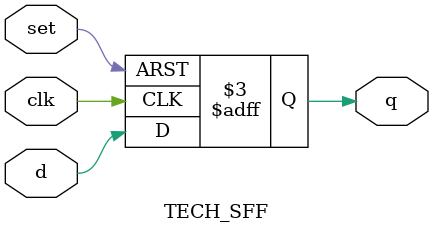
<source format=v>
/* 
Copyright (C) 2009-2010 Parvez Ahmad
Written by Parvez Ahmad <parvez_ahmad@yahoo.co.uk>.

This program is free software: you can redistribute it and/or modify
it under the terms of the GNU General Public License as published by
the Free Software Foundation; either version 3 of the License, or
(at your option) any later version.

This program is distributed in the hope that it will be useful,
but WITHOUT ANY WARRANTY; without even the implied warranty of
MERCHANTABILITY or FITNESS FOR A PARTICULAR PURPOSE.  See the
GNU General Public License for more details.

You should have received a copy of the GNU General Public License
along with this program.  If not, see <http://www.gnu.org/licenses/>.  */

module TECH_SFF(input d, clk, set, output reg q);
always @(posedge clk or negedge set) 
    if(!set)
	    q <= 1;
	else	
        q <= d;
endmodule	



</source>
